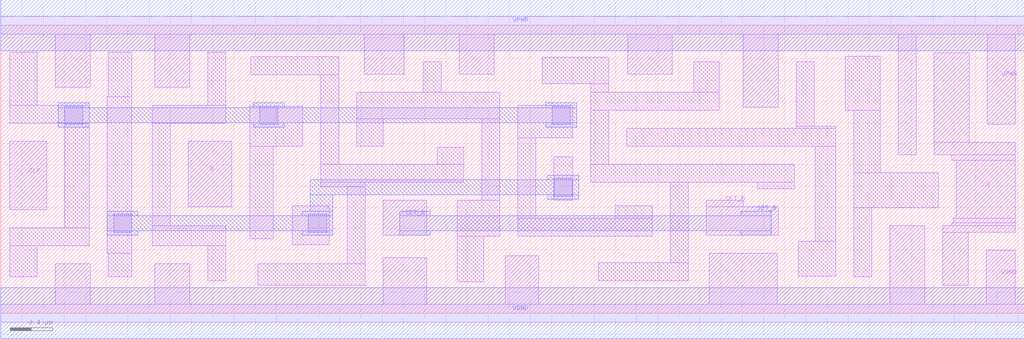
<source format=lef>
# Copyright 2020 The SkyWater PDK Authors
#
# Licensed under the Apache License, Version 2.0 (the "License");
# you may not use this file except in compliance with the License.
# You may obtain a copy of the License at
#
#     https://www.apache.org/licenses/LICENSE-2.0
#
# Unless required by applicable law or agreed to in writing, software
# distributed under the License is distributed on an "AS IS" BASIS,
# WITHOUT WARRANTIES OR CONDITIONS OF ANY KIND, either express or implied.
# See the License for the specific language governing permissions and
# limitations under the License.
#
# SPDX-License-Identifier: Apache-2.0

VERSION 5.5 ;
NAMESCASESENSITIVE ON ;
BUSBITCHARS "[]" ;
DIVIDERCHAR "/" ;
MACRO sky130_fd_sc_hd__dfstp_2
  CLASS CORE ;
  SOURCE USER ;
  ORIGIN  0.000000  0.000000 ;
  SIZE  9.660000 BY  2.720000 ;
  SYMMETRY X Y R90 ;
  SITE unithd ;
  PIN D
    ANTENNAGATEAREA  0.222000 ;
    DIRECTION INPUT ;
    USE SIGNAL ;
    PORT
      LAYER li1 ;
        RECT 1.770000 1.005000 2.180000 1.625000 ;
    END
  END D
  PIN Q
    ANTENNADIFFAREA  0.445500 ;
    DIRECTION OUTPUT ;
    USE SIGNAL ;
    PORT
      LAYER li1 ;
        RECT 8.810000 1.495000 9.575000 1.615000 ;
        RECT 8.810000 1.615000 9.140000 2.460000 ;
        RECT 8.890000 0.265000 9.135000 0.765000 ;
        RECT 8.890000 0.765000 9.575000 0.825000 ;
        RECT 8.975000 0.825000 9.575000 0.855000 ;
        RECT 8.975000 1.445000 9.575000 1.495000 ;
        RECT 8.990000 0.855000 9.575000 0.895000 ;
        RECT 9.020000 0.895000 9.575000 1.445000 ;
    END
  END Q
  PIN SET_B
    ANTENNAGATEAREA  0.252000 ;
    DIRECTION INPUT ;
    USE SIGNAL ;
    PORT
      LAYER li1 ;
        RECT 3.610000 0.735000 4.020000 1.065000 ;
    END
    PORT
      LAYER li1 ;
        RECT 6.660000 0.735000 7.340000 1.005000 ;
        RECT 6.660000 1.005000 7.010000 1.065000 ;
    END
    PORT
      LAYER met1 ;
        RECT 3.765000 0.735000 4.055000 0.780000 ;
        RECT 3.765000 0.780000 7.275000 0.920000 ;
        RECT 3.765000 0.920000 4.055000 0.965000 ;
        RECT 6.985000 0.735000 7.275000 0.780000 ;
        RECT 6.985000 0.920000 7.275000 0.965000 ;
    END
  END SET_B
  PIN CLK
    ANTENNAGATEAREA  0.159000 ;
    DIRECTION INPUT ;
    USE CLOCK ;
    PORT
      LAYER li1 ;
        RECT 0.085000 0.975000 0.435000 1.625000 ;
    END
  END CLK
  PIN VGND
    DIRECTION INOUT ;
    SHAPE ABUTMENT ;
    USE GROUND ;
    PORT
      LAYER li1 ;
        RECT 0.000000 -0.085000 9.660000 0.085000 ;
        RECT 0.515000  0.085000 0.845000 0.465000 ;
        RECT 1.455000  0.085000 1.785000 0.465000 ;
        RECT 3.610000  0.085000 4.020000 0.525000 ;
        RECT 4.760000  0.085000 5.080000 0.545000 ;
        RECT 6.690000  0.085000 7.330000 0.565000 ;
        RECT 8.390000  0.085000 8.720000 0.825000 ;
        RECT 9.305000  0.085000 9.575000 0.595000 ;
    END
    PORT
      LAYER met1 ;
        RECT 0.000000 -0.240000 9.660000 0.240000 ;
    END
  END VGND
  PIN VPWR
    DIRECTION INOUT ;
    SHAPE ABUTMENT ;
    USE POWER ;
    PORT
      LAYER li1 ;
        RECT 0.000000 2.635000 9.660000 2.805000 ;
        RECT 0.515000 2.135000 0.845000 2.635000 ;
        RECT 1.455000 2.135000 1.785000 2.635000 ;
        RECT 3.430000 2.255000 3.810000 2.635000 ;
        RECT 4.330000 2.255000 4.660000 2.635000 ;
        RECT 5.920000 2.255000 6.340000 2.635000 ;
        RECT 7.010000 1.945000 7.340000 2.635000 ;
        RECT 8.470000 1.495000 8.640000 2.635000 ;
        RECT 9.310000 1.785000 9.575000 2.635000 ;
    END
    PORT
      LAYER met1 ;
        RECT 0.000000 2.480000 9.660000 2.960000 ;
    END
  END VPWR
  OBS
    LAYER li1 ;
      RECT 0.085000 0.345000 0.345000 0.635000 ;
      RECT 0.085000 0.635000 0.835000 0.805000 ;
      RECT 0.085000 1.795000 0.835000 1.965000 ;
      RECT 0.085000 1.965000 0.345000 2.465000 ;
      RECT 0.605000 0.805000 0.835000 1.795000 ;
      RECT 1.005000 0.565000 1.235000 2.045000 ;
      RECT 1.015000 0.345000 1.235000 0.565000 ;
      RECT 1.015000 2.045000 1.235000 2.465000 ;
      RECT 1.430000 0.635000 2.125000 0.825000 ;
      RECT 1.430000 0.825000 1.600000 1.795000 ;
      RECT 1.430000 1.795000 2.125000 1.965000 ;
      RECT 1.955000 0.305000 2.125000 0.635000 ;
      RECT 1.955000 1.965000 2.125000 2.465000 ;
      RECT 2.350000 0.705000 2.570000 1.575000 ;
      RECT 2.350000 1.575000 2.850000 1.955000 ;
      RECT 2.360000 2.250000 3.190000 2.420000 ;
      RECT 2.425000 0.265000 3.440000 0.465000 ;
      RECT 2.750000 0.645000 3.100000 1.015000 ;
      RECT 3.020000 1.195000 3.440000 1.235000 ;
      RECT 3.020000 1.235000 4.370000 1.405000 ;
      RECT 3.020000 1.405000 3.190000 2.250000 ;
      RECT 3.270000 0.465000 3.440000 1.195000 ;
      RECT 3.360000 1.575000 3.610000 1.835000 ;
      RECT 3.360000 1.835000 4.710000 2.085000 ;
      RECT 3.990000 2.085000 4.160000 2.375000 ;
      RECT 4.120000 1.405000 4.370000 1.565000 ;
      RECT 4.310000 0.295000 4.560000 0.725000 ;
      RECT 4.310000 0.725000 4.710000 1.065000 ;
      RECT 4.540000 1.065000 4.710000 1.835000 ;
      RECT 4.880000 0.725000 6.150000 0.895000 ;
      RECT 4.880000 0.895000 5.050000 1.655000 ;
      RECT 4.880000 1.655000 5.400000 1.965000 ;
      RECT 5.110000 2.165000 5.740000 2.415000 ;
      RECT 5.220000 1.065000 5.400000 1.475000 ;
      RECT 5.570000 1.235000 7.490000 1.405000 ;
      RECT 5.570000 1.405000 5.740000 1.915000 ;
      RECT 5.570000 1.915000 6.780000 2.085000 ;
      RECT 5.570000 2.085000 5.740000 2.165000 ;
      RECT 5.640000 0.305000 6.490000 0.475000 ;
      RECT 5.800000 0.895000 6.150000 1.015000 ;
      RECT 5.910000 1.575000 7.880000 1.745000 ;
      RECT 6.320000 0.475000 6.490000 1.235000 ;
      RECT 6.540000 2.085000 6.780000 2.375000 ;
      RECT 7.140000 1.175000 7.490000 1.235000 ;
      RECT 7.510000 1.745000 7.880000 1.765000 ;
      RECT 7.510000 1.765000 7.680000 2.375000 ;
      RECT 7.530000 0.350000 7.880000 0.680000 ;
      RECT 7.690000 0.680000 7.880000 1.575000 ;
      RECT 7.970000 1.915000 8.300000 2.425000 ;
      RECT 8.050000 0.345000 8.220000 0.995000 ;
      RECT 8.050000 0.995000 8.850000 1.325000 ;
      RECT 8.050000 1.325000 8.300000 1.915000 ;
    LAYER mcon ;
      RECT 0.605000 1.785000 0.775000 1.955000 ;
      RECT 1.065000 0.765000 1.235000 0.935000 ;
      RECT 2.445000 1.785000 2.615000 1.955000 ;
      RECT 2.905000 0.765000 3.075000 0.935000 ;
      RECT 5.205000 1.785000 5.375000 1.955000 ;
      RECT 5.225000 1.105000 5.395000 1.275000 ;
    LAYER met1 ;
      RECT 0.545000 1.755000 0.835000 1.800000 ;
      RECT 0.545000 1.800000 5.435000 1.940000 ;
      RECT 0.545000 1.940000 0.835000 1.985000 ;
      RECT 1.005000 0.735000 1.295000 0.780000 ;
      RECT 1.005000 0.780000 3.135000 0.920000 ;
      RECT 1.005000 0.920000 1.295000 0.965000 ;
      RECT 2.385000 1.755000 2.675000 1.800000 ;
      RECT 2.385000 1.940000 2.675000 1.985000 ;
      RECT 2.845000 0.735000 3.135000 0.780000 ;
      RECT 2.845000 0.920000 3.135000 0.965000 ;
      RECT 2.920000 0.965000 3.135000 1.120000 ;
      RECT 2.920000 1.120000 5.455000 1.260000 ;
      RECT 5.145000 1.755000 5.435000 1.800000 ;
      RECT 5.145000 1.940000 5.435000 1.985000 ;
      RECT 5.165000 1.075000 5.455000 1.120000 ;
      RECT 5.165000 1.260000 5.455000 1.305000 ;
  END
END sky130_fd_sc_hd__dfstp_2

</source>
